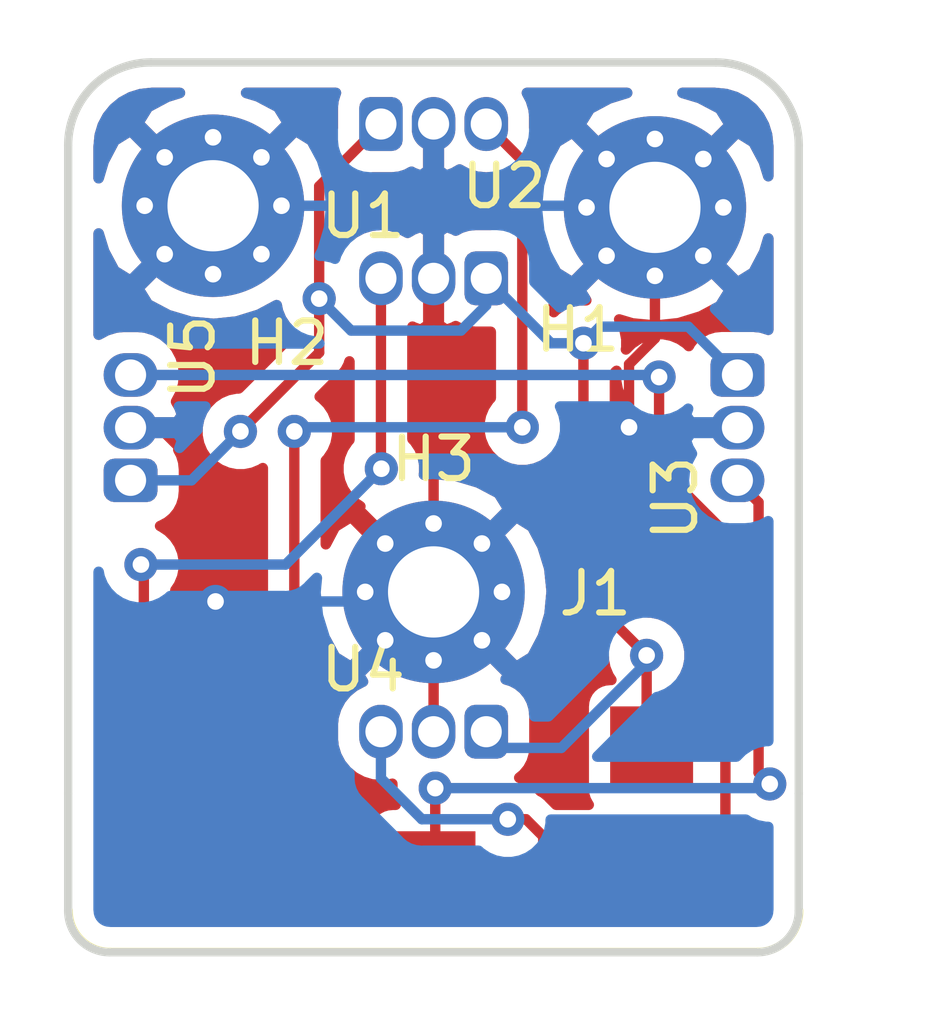
<source format=kicad_pcb>
(kicad_pcb (version 20171130) (host pcbnew 5.1.10)

  (general
    (thickness 1.6)
    (drawings 66)
    (tracks 91)
    (zones 0)
    (modules 9)
    (nets 8)
  )

  (page A4)
  (layers
    (0 F.Cu signal)
    (31 B.Cu signal)
    (32 B.Adhes user)
    (33 F.Adhes user)
    (34 B.Paste user)
    (35 F.Paste user)
    (36 B.SilkS user)
    (37 F.SilkS user hide)
    (38 B.Mask user)
    (39 F.Mask user)
    (40 Dwgs.User user hide)
    (41 Cmts.User user)
    (42 Eco1.User user)
    (43 Eco2.User user)
    (44 Edge.Cuts user)
    (45 Margin user)
    (46 B.CrtYd user hide)
    (47 F.CrtYd user hide)
    (48 B.Fab user)
    (49 F.Fab user hide)
  )

  (setup
    (last_trace_width 0.25)
    (trace_clearance 0.2)
    (zone_clearance 0.508)
    (zone_45_only no)
    (trace_min 0.2)
    (via_size 0.8)
    (via_drill 0.4)
    (via_min_size 0.4)
    (via_min_drill 0.3)
    (uvia_size 0.3)
    (uvia_drill 0.1)
    (uvias_allowed no)
    (uvia_min_size 0.2)
    (uvia_min_drill 0.1)
    (edge_width 0.1)
    (segment_width 0.2)
    (pcb_text_width 0.3)
    (pcb_text_size 1.5 1.5)
    (mod_edge_width 0.15)
    (mod_text_size 1 1)
    (mod_text_width 0.15)
    (pad_size 1.524 1.524)
    (pad_drill 0.762)
    (pad_to_mask_clearance 0)
    (aux_axis_origin 0 0)
    (visible_elements FFFFFF7F)
    (pcbplotparams
      (layerselection 0x010fc_ffffffff)
      (usegerberextensions false)
      (usegerberattributes true)
      (usegerberadvancedattributes true)
      (creategerberjobfile true)
      (excludeedgelayer true)
      (linewidth 0.100000)
      (plotframeref false)
      (viasonmask false)
      (mode 1)
      (useauxorigin false)
      (hpglpennumber 1)
      (hpglpenspeed 20)
      (hpglpendiameter 15.000000)
      (psnegative false)
      (psa4output false)
      (plotreference true)
      (plotvalue true)
      (plotinvisibletext false)
      (padsonsilk false)
      (subtractmaskfromsilk false)
      (outputformat 1)
      (mirror false)
      (drillshape 1)
      (scaleselection 1)
      (outputdirectory ""))
  )

  (net 0 "")
  (net 1 VCC)
  (net 2 "Net-(J1-Pad6)")
  (net 3 "Net-(J1-Pad5)")
  (net 4 "Net-(J1-Pad4)")
  (net 5 "Net-(J1-Pad3)")
  (net 6 "Net-(J1-Pad2)")
  (net 7 GND)

  (net_class Default "This is the default net class."
    (clearance 0.2)
    (trace_width 0.25)
    (via_dia 0.8)
    (via_drill 0.4)
    (uvia_dia 0.3)
    (uvia_drill 0.1)
    (add_net GND)
    (add_net "Net-(J1-Pad2)")
    (add_net "Net-(J1-Pad3)")
    (add_net "Net-(J1-Pad4)")
    (add_net "Net-(J1-Pad5)")
    (add_net "Net-(J1-Pad6)")
    (add_net VCC)
  )

  (module datn:OH49E (layer F.Cu) (tedit 61C89047) (tstamp 61C8FD4F)
    (at 166.75 95.01 90)
    (path /61C7258F)
    (fp_text reference U5 (at 1.7 1.5 90) (layer F.SilkS)
      (effects (font (size 1 1) (thickness 0.15)))
    )
    (fp_text value OH49E (at 1.1 -1.4 90) (layer F.Fab)
      (effects (font (size 1 1) (thickness 0.15)))
    )
    (pad 3 thru_hole oval (at 1.27 0 90) (size 1.05 1.3) (drill 0.75) (layers *.Cu *.Mask)
      (net 2 "Net-(J1-Pad6)"))
    (pad 2 thru_hole oval (at 0 0 90) (size 1.05 1.3) (drill 0.75) (layers *.Cu *.Mask)
      (net 7 GND))
    (pad 1 thru_hole roundrect (at -1.27 0 90) (size 1.05 1.3) (drill 0.75) (layers *.Cu *.Mask) (roundrect_rratio 0.25)
      (net 1 VCC))
  )

  (module datn:OH49E (layer F.Cu) (tedit 61C89047) (tstamp 61C8FE0F)
    (at 174.06 102.34 180)
    (path /61C72111)
    (fp_text reference U4 (at 1.7 1.5) (layer F.SilkS)
      (effects (font (size 1 1) (thickness 0.15)))
    )
    (fp_text value OH49E (at 1.1 -1.4) (layer F.Fab)
      (effects (font (size 1 1) (thickness 0.15)))
    )
    (pad 3 thru_hole oval (at 1.27 0 180) (size 1.05 1.3) (drill 0.75) (layers *.Cu *.Mask)
      (net 3 "Net-(J1-Pad5)"))
    (pad 2 thru_hole oval (at 0 0 180) (size 1.05 1.3) (drill 0.75) (layers *.Cu *.Mask)
      (net 7 GND))
    (pad 1 thru_hole roundrect (at -1.27 0 180) (size 1.05 1.3) (drill 0.75) (layers *.Cu *.Mask) (roundrect_rratio 0.25)
      (net 1 VCC))
  )

  (module datn:OH49E (layer F.Cu) (tedit 61C89047) (tstamp 61C8FD41)
    (at 181.39 95.01 270)
    (path /61C71E22)
    (fp_text reference U3 (at 1.7 1.5 90) (layer F.SilkS)
      (effects (font (size 1 1) (thickness 0.15)))
    )
    (fp_text value OH49E (at 1.1 -1.4 90) (layer F.Fab)
      (effects (font (size 1 1) (thickness 0.15)))
    )
    (pad 3 thru_hole oval (at 1.27 0 270) (size 1.05 1.3) (drill 0.75) (layers *.Cu *.Mask)
      (net 4 "Net-(J1-Pad4)"))
    (pad 2 thru_hole oval (at 0 0 270) (size 1.05 1.3) (drill 0.75) (layers *.Cu *.Mask)
      (net 7 GND))
    (pad 1 thru_hole roundrect (at -1.27 0 270) (size 1.05 1.3) (drill 0.75) (layers *.Cu *.Mask) (roundrect_rratio 0.25)
      (net 1 VCC))
  )

  (module datn:OH49E (layer F.Cu) (tedit 61C89047) (tstamp 61C8FD3A)
    (at 174.06 87.69)
    (path /61C71B63)
    (fp_text reference U2 (at 1.7 1.5) (layer F.SilkS)
      (effects (font (size 1 1) (thickness 0.15)))
    )
    (fp_text value OH49E (at 1.1 -1.4) (layer F.Fab)
      (effects (font (size 1 1) (thickness 0.15)))
    )
    (pad 3 thru_hole oval (at 1.27 0) (size 1.05 1.3) (drill 0.75) (layers *.Cu *.Mask)
      (net 5 "Net-(J1-Pad3)"))
    (pad 2 thru_hole oval (at 0 0) (size 1.05 1.3) (drill 0.75) (layers *.Cu *.Mask)
      (net 7 GND))
    (pad 1 thru_hole roundrect (at -1.27 0) (size 1.05 1.3) (drill 0.75) (layers *.Cu *.Mask) (roundrect_rratio 0.25)
      (net 1 VCC))
  )

  (module datn:OH49E (layer F.Cu) (tedit 61C89047) (tstamp 61C8FD33)
    (at 174.06 91.41 180)
    (path /61C714AD)
    (fp_text reference U1 (at 1.7 1.5) (layer F.SilkS)
      (effects (font (size 1 1) (thickness 0.15)))
    )
    (fp_text value OH49E (at 1.1 -1.4) (layer F.Fab)
      (effects (font (size 1 1) (thickness 0.15)))
    )
    (pad 3 thru_hole oval (at 1.27 0 180) (size 1.05 1.3) (drill 0.75) (layers *.Cu *.Mask)
      (net 6 "Net-(J1-Pad2)"))
    (pad 2 thru_hole oval (at 0 0 180) (size 1.05 1.3) (drill 0.75) (layers *.Cu *.Mask)
      (net 7 GND))
    (pad 1 thru_hole roundrect (at -1.27 0 180) (size 1.05 1.3) (drill 0.75) (layers *.Cu *.Mask) (roundrect_rratio 0.25)
      (net 1 VCC))
  )

  (module MountingHole:MountingHole_2.2mm_M2_Pad_Via (layer F.Cu) (tedit 56DDB9C7) (tstamp 61C8B98D)
    (at 174.06 98.97)
    (descr "Mounting Hole 2.2mm, M2")
    (tags "mounting hole 2.2mm m2")
    (path /61C93EE2)
    (attr virtual)
    (fp_text reference H3 (at 0 -3.2) (layer F.SilkS)
      (effects (font (size 1 1) (thickness 0.15)))
    )
    (fp_text value MountingHole_Pad (at 0 3.2) (layer F.Fab)
      (effects (font (size 1 1) (thickness 0.15)))
    )
    (fp_circle (center 0 0) (end 2.2 0) (layer Cmts.User) (width 0.15))
    (fp_circle (center 0 0) (end 2.45 0) (layer F.CrtYd) (width 0.05))
    (fp_text user %R (at 0.3 0) (layer F.Fab)
      (effects (font (size 1 1) (thickness 0.15)))
    )
    (pad 1 thru_hole circle (at 1.166726 -1.166726) (size 0.7 0.7) (drill 0.4) (layers *.Cu *.Mask)
      (net 7 GND))
    (pad 1 thru_hole circle (at 0 -1.65) (size 0.7 0.7) (drill 0.4) (layers *.Cu *.Mask)
      (net 7 GND))
    (pad 1 thru_hole circle (at -1.166726 -1.166726) (size 0.7 0.7) (drill 0.4) (layers *.Cu *.Mask)
      (net 7 GND))
    (pad 1 thru_hole circle (at -1.65 0) (size 0.7 0.7) (drill 0.4) (layers *.Cu *.Mask)
      (net 7 GND))
    (pad 1 thru_hole circle (at -1.166726 1.166726) (size 0.7 0.7) (drill 0.4) (layers *.Cu *.Mask)
      (net 7 GND))
    (pad 1 thru_hole circle (at 0 1.65) (size 0.7 0.7) (drill 0.4) (layers *.Cu *.Mask)
      (net 7 GND))
    (pad 1 thru_hole circle (at 1.166726 1.166726) (size 0.7 0.7) (drill 0.4) (layers *.Cu *.Mask)
      (net 7 GND))
    (pad 1 thru_hole circle (at 1.65 0) (size 0.7 0.7) (drill 0.4) (layers *.Cu *.Mask)
      (net 7 GND))
    (pad 1 thru_hole circle (at 0 0) (size 4.4 4.4) (drill 2.2) (layers *.Cu *.Mask)
      (net 7 GND))
  )

  (module MountingHole:MountingHole_2.2mm_M2_Pad_Via (layer F.Cu) (tedit 56DDB9C7) (tstamp 61C8BC78)
    (at 168.74 89.66)
    (descr "Mounting Hole 2.2mm, M2")
    (tags "mounting hole 2.2mm m2")
    (path /61C93804)
    (attr virtual)
    (fp_text reference H2 (at 1.78 3.31) (layer F.SilkS)
      (effects (font (size 1 1) (thickness 0.15)))
    )
    (fp_text value MountingHole_Pad (at 0 3.2) (layer F.Fab)
      (effects (font (size 1 1) (thickness 0.15)))
    )
    (fp_circle (center 0 0) (end 2.2 0) (layer Cmts.User) (width 0.15))
    (fp_circle (center 0 0) (end 2.45 0) (layer F.CrtYd) (width 0.05))
    (fp_text user %R (at 0.3 0) (layer F.Fab)
      (effects (font (size 1 1) (thickness 0.15)))
    )
    (pad 1 thru_hole circle (at 1.166726 -1.166726) (size 0.7 0.7) (drill 0.4) (layers *.Cu *.Mask)
      (net 7 GND))
    (pad 1 thru_hole circle (at 0 -1.65) (size 0.7 0.7) (drill 0.4) (layers *.Cu *.Mask)
      (net 7 GND))
    (pad 1 thru_hole circle (at -1.166726 -1.166726) (size 0.7 0.7) (drill 0.4) (layers *.Cu *.Mask)
      (net 7 GND))
    (pad 1 thru_hole circle (at -1.65 0) (size 0.7 0.7) (drill 0.4) (layers *.Cu *.Mask)
      (net 7 GND))
    (pad 1 thru_hole circle (at -1.166726 1.166726) (size 0.7 0.7) (drill 0.4) (layers *.Cu *.Mask)
      (net 7 GND))
    (pad 1 thru_hole circle (at 0 1.65) (size 0.7 0.7) (drill 0.4) (layers *.Cu *.Mask)
      (net 7 GND))
    (pad 1 thru_hole circle (at 1.166726 1.166726) (size 0.7 0.7) (drill 0.4) (layers *.Cu *.Mask)
      (net 7 GND))
    (pad 1 thru_hole circle (at 1.65 0) (size 0.7 0.7) (drill 0.4) (layers *.Cu *.Mask)
      (net 7 GND))
    (pad 1 thru_hole circle (at 0 0) (size 4.4 4.4) (drill 2.2) (layers *.Cu *.Mask)
      (net 7 GND))
  )

  (module MountingHole:MountingHole_2.2mm_M2_Pad_Via (layer F.Cu) (tedit 56DDB9C7) (tstamp 61C8B96D)
    (at 179.4 89.7)
    (descr "Mounting Hole 2.2mm, M2")
    (tags "mounting hole 2.2mm m2")
    (path /61C9324F)
    (attr virtual)
    (fp_text reference H1 (at -1.86 2.95) (layer F.SilkS)
      (effects (font (size 1 1) (thickness 0.15)))
    )
    (fp_text value MountingHole_Pad (at 0 3.2) (layer F.Fab)
      (effects (font (size 1 1) (thickness 0.15)))
    )
    (fp_circle (center 0 0) (end 2.2 0) (layer Cmts.User) (width 0.15))
    (fp_circle (center 0 0) (end 2.45 0) (layer F.CrtYd) (width 0.05))
    (fp_text user %R (at 0.3 0) (layer F.Fab)
      (effects (font (size 1 1) (thickness 0.15)))
    )
    (pad 1 thru_hole circle (at 1.166726 -1.166726) (size 0.7 0.7) (drill 0.4) (layers *.Cu *.Mask)
      (net 7 GND))
    (pad 1 thru_hole circle (at 0 -1.65) (size 0.7 0.7) (drill 0.4) (layers *.Cu *.Mask)
      (net 7 GND))
    (pad 1 thru_hole circle (at -1.166726 -1.166726) (size 0.7 0.7) (drill 0.4) (layers *.Cu *.Mask)
      (net 7 GND))
    (pad 1 thru_hole circle (at -1.65 0) (size 0.7 0.7) (drill 0.4) (layers *.Cu *.Mask)
      (net 7 GND))
    (pad 1 thru_hole circle (at -1.166726 1.166726) (size 0.7 0.7) (drill 0.4) (layers *.Cu *.Mask)
      (net 7 GND))
    (pad 1 thru_hole circle (at 0 1.65) (size 0.7 0.7) (drill 0.4) (layers *.Cu *.Mask)
      (net 7 GND))
    (pad 1 thru_hole circle (at 1.166726 1.166726) (size 0.7 0.7) (drill 0.4) (layers *.Cu *.Mask)
      (net 7 GND))
    (pad 1 thru_hole circle (at 1.65 0) (size 0.7 0.7) (drill 0.4) (layers *.Cu *.Mask)
      (net 7 GND))
    (pad 1 thru_hole circle (at 0 0) (size 4.4 4.4) (drill 2.2) (layers *.Cu *.Mask)
      (net 7 GND))
  )

  (module datn:cluster_connector_pcb_small (layer F.Cu) (tedit 61C8398A) (tstamp 61C8B33E)
    (at 174.08 103.03)
    (path /61C78CAC)
    (fp_text reference J1 (at 3.88 -4.02) (layer F.SilkS)
      (effects (font (size 1 1) (thickness 0.15)))
    )
    (fp_text value Conn_01x07_Male (at -4.63 8.7) (layer F.Fab)
      (effects (font (size 1 1) (thickness 0.15)))
    )
    (fp_line (start 7.802833 4.620001) (end -7.822833 4.620001) (layer F.SilkS) (width 0.2))
    (fp_arc (start -7.822833 3.620001) (end -8.822833 3.620001) (angle -90) (layer F.SilkS) (width 0.2))
    (fp_arc (start 7.802833 3.620001) (end 7.802833 4.62) (angle -90) (layer F.SilkS) (width 0.2))
    (pad 7 smd rect (at 5.24 -0.3) (size 2 2) (layers F.Cu F.Paste F.Mask)
      (net 1 VCC))
    (pad 6 smd rect (at 6.98 2.72) (size 2 2) (layers F.Cu F.Paste F.Mask)
      (net 2 "Net-(J1-Pad6)"))
    (pad 5 smd rect (at 3.5 2.71) (size 2 2) (layers F.Cu F.Paste F.Mask)
      (net 3 "Net-(J1-Pad5)"))
    (pad 4 smd rect (at -0.01 2.71) (size 2 2) (layers F.Cu F.Paste F.Mask)
      (net 4 "Net-(J1-Pad4)"))
    (pad 3 smd rect (at -3.49 2.7) (size 2 2) (layers F.Cu F.Paste F.Mask)
      (net 5 "Net-(J1-Pad3)"))
    (pad 2 smd rect (at -7.01 2.7) (size 2 2) (layers F.Cu F.Paste F.Mask)
      (net 6 "Net-(J1-Pad2)"))
    (pad 1 smd rect (at -5.25 -0.3) (size 2 2) (layers F.Cu F.Paste F.Mask)
      (net 7 GND))
  )

  (gr_line (start 165.244334 88.204334) (end 165.244334 103.83) (layer Edge.Cuts) (width 0.2))
  (gr_line (start 180.87 86.204334) (end 167.244334 86.204334) (layer Edge.Cuts) (width 0.2))
  (gr_line (start 182.87 103.83) (end 182.87 88.204334) (layer Edge.Cuts) (width 0.2))
  (gr_arc (start 180.87 88.204334) (end 182.87 88.204334) (angle -90) (layer Edge.Cuts) (width 0.2))
  (gr_arc (start 166.244334 106.657167) (end 165.244334 106.657167) (angle -90) (layer Edge.Cuts) (width 0.2))
  (gr_arc (start 181.87 106.657167) (end 181.87 107.657166) (angle -90) (layer Edge.Cuts) (width 0.2))
  (gr_arc (start 167.244334 88.204334) (end 167.244334 86.204334) (angle -90) (layer Edge.Cuts) (width 0.2))
  (gr_line (start 165.244334 106.657167) (end 165.244334 103.83) (layer Edge.Cuts) (width 0.2))
  (gr_line (start 181.87 107.657167) (end 166.244334 107.657167) (layer Edge.Cuts) (width 0.2))
  (gr_line (start 182.87 103.83) (end 182.87 106.657167) (layer Edge.Cuts) (width 0.2))
  (gr_line (start 169.81 103.732833) (end 167.81 103.732833) (layer Dwgs.User) (width 0.2))
  (gr_line (start 169.81 101.732832) (end 169.81 103.732833) (layer Dwgs.User) (width 0.2))
  (gr_line (start 167.81 101.732832) (end 169.81 101.732832) (layer Dwgs.User) (width 0.2))
  (gr_line (start 167.81 103.732833) (end 167.81 101.732832) (layer Dwgs.User) (width 0.2))
  (gr_line (start 180.31 103.732833) (end 180.31 101.732832) (layer Dwgs.User) (width 0.2))
  (gr_line (start 178.31 103.732833) (end 180.31 103.732833) (layer Dwgs.User) (width 0.2))
  (gr_line (start 178.31 101.732832) (end 178.31 103.732833) (layer Dwgs.User) (width 0.2))
  (gr_line (start 180.31 101.732832) (end 178.31 101.732832) (layer Dwgs.User) (width 0.2))
  (gr_line (start 180.06 106.732832) (end 180.06 104.732832) (layer Dwgs.User) (width 0.2))
  (gr_line (start 182.06 106.732832) (end 180.06 106.732832) (layer Dwgs.User) (width 0.2))
  (gr_line (start 180.06 104.732832) (end 182.06 104.732832) (layer Dwgs.User) (width 0.2))
  (gr_line (start 182.06 104.732832) (end 182.06 106.732832) (layer Dwgs.User) (width 0.2))
  (gr_line (start 176.56 106.732832) (end 176.56 104.732832) (layer Dwgs.User) (width 0.2))
  (gr_line (start 178.56 106.732832) (end 176.56 106.732832) (layer Dwgs.User) (width 0.2))
  (gr_circle (center 181.372833 93.562833) (end 181.872833 93.562833) (layer Dwgs.User) (width 0.2))
  (gr_circle (center 166.747167 96.462833) (end 167.247167 96.462833) (layer Dwgs.User) (width 0.2))
  (gr_circle (center 174.06 87.7) (end 174.56 87.7) (layer Dwgs.User) (width 0.2))
  (gr_circle (center 174.06 102.325666) (end 174.56 102.325666) (layer Dwgs.User) (width 0.2))
  (gr_circle (center 172.610001 102.325666) (end 173.110001 102.325666) (layer Dwgs.User) (width 0.2))
  (gr_circle (center 166.747167 93.562834) (end 167.247167 93.562834) (layer Dwgs.User) (width 0.2))
  (gr_circle (center 175.51 91.412834) (end 176.01 91.412834) (layer Dwgs.User) (width 0.2))
  (gr_circle (center 181.372833 96.462832) (end 181.872833 96.462832) (layer Dwgs.User) (width 0.2))
  (gr_circle (center 172.610001 91.412834) (end 173.110001 91.412834) (layer Dwgs.User) (width 0.2))
  (gr_circle (center 172.610001 87.7) (end 173.110001 87.7) (layer Dwgs.User) (width 0.2))
  (gr_circle (center 175.51 102.325666) (end 176.01 102.325666) (layer Dwgs.User) (width 0.2))
  (gr_circle (center 181.372833 95.012833) (end 181.872833 95.012833) (layer Dwgs.User) (width 0.2))
  (gr_circle (center 166.747167 95.012833) (end 167.247167 95.012833) (layer Dwgs.User) (width 0.2))
  (gr_line (start 176.56 104.732832) (end 178.56 104.732832) (layer Dwgs.User) (width 0.2))
  (gr_line (start 178.56 104.732832) (end 178.56 106.732832) (layer Dwgs.User) (width 0.2))
  (gr_line (start 169.56 106.732832) (end 171.56 106.732832) (layer Dwgs.User) (width 0.2))
  (gr_line (start 169.56 104.732832) (end 169.56 106.732832) (layer Dwgs.User) (width 0.2))
  (gr_line (start 171.56 104.732832) (end 169.56 104.732832) (layer Dwgs.User) (width 0.2))
  (gr_line (start 171.56 106.732832) (end 171.56 104.732832) (layer Dwgs.User) (width 0.2))
  (gr_line (start 166.06 106.732832) (end 168.06 106.732832) (layer Dwgs.User) (width 0.2))
  (gr_line (start 166.06 104.732832) (end 166.06 106.732832) (layer Dwgs.User) (width 0.2))
  (gr_line (start 168.06 104.732832) (end 166.06 104.732832) (layer Dwgs.User) (width 0.2))
  (gr_line (start 168.06 106.732832) (end 168.06 104.732832) (layer Dwgs.User) (width 0.2))
  (gr_line (start 175.06 106.732832) (end 175.06 104.732832) (layer Dwgs.User) (width 0.2))
  (gr_line (start 173.06 106.732832) (end 175.06 106.732832) (layer Dwgs.User) (width 0.2))
  (gr_line (start 173.06 104.732832) (end 173.06 106.732832) (layer Dwgs.User) (width 0.2))
  (gr_line (start 175.06 104.732832) (end 173.06 104.732832) (layer Dwgs.User) (width 0.2))
  (gr_line (start 165.247167 106.652833) (end 165.247167 103.825666) (layer Dwgs.User) (width 0.2))
  (gr_line (start 181.872833 107.652833) (end 166.247167 107.652833) (layer Dwgs.User) (width 0.2) (tstamp 61C8B368))
  (gr_line (start 182.872833 103.825666) (end 182.872833 106.652833) (layer Dwgs.User) (width 0.2))
  (gr_line (start 182.872833 103.825666) (end 182.872833 88.2) (layer Dwgs.User) (width 0.2))
  (gr_line (start 165.247167 88.2) (end 165.247167 103.825666) (layer Dwgs.User) (width 0.2))
  (gr_line (start 180.872833 86.2) (end 167.247167 86.2) (layer Dwgs.User) (width 0.2))
  (gr_circle (center 174.06 91.412834) (end 174.56 91.412834) (layer Dwgs.User) (width 0.2))
  (gr_circle (center 174.06 99.662833) (end 175.21 99.662833) (layer Dwgs.User) (width 0.2))
  (gr_circle (center 168.7567 89.709533) (end 169.9067 89.709533) (layer Dwgs.User) (width 0.2))
  (gr_circle (center 179.3633 89.709533) (end 180.5133 89.709533) (layer Dwgs.User) (width 0.2))
  (gr_arc (start 166.247167 106.652833) (end 165.247167 106.652833) (angle -90) (layer Dwgs.User) (width 0.2))
  (gr_arc (start 181.872833 106.652833) (end 181.872833 107.652832) (angle -90) (layer Dwgs.User) (width 0.2))
  (gr_arc (start 167.247167 88.2) (end 167.247167 86.2) (angle -90) (layer Dwgs.User) (width 0.2))
  (gr_arc (start 180.872833 88.2) (end 182.872833 88.2) (angle -90) (layer Dwgs.User) (width 0.2))
  (gr_circle (center 175.51 87.7) (end 176.01 87.7) (layer Dwgs.User) (width 0.2))

  (via (at 179.2 100.5) (size 0.8) (drill 0.4) (layers F.Cu B.Cu) (net 1))
  (segment (start 179.2 100.673002) (end 179.2 100.5) (width 0.25) (layer B.Cu) (net 1))
  (segment (start 177.143003 102.729999) (end 179.2 100.673002) (width 0.25) (layer B.Cu) (net 1))
  (segment (start 175.729999 102.729999) (end 177.143003 102.729999) (width 0.25) (layer B.Cu) (net 1))
  (segment (start 175.33 102.33) (end 175.729999 102.729999) (width 0.25) (layer B.Cu) (net 1))
  (segment (start 179.2 102.61) (end 179.32 102.73) (width 0.25) (layer F.Cu) (net 1))
  (segment (start 179.2 100.5) (end 179.2 102.61) (width 0.25) (layer F.Cu) (net 1))
  (via (at 171.3 91.9) (size 0.8) (drill 0.4) (layers F.Cu B.Cu) (net 1))
  (segment (start 171.3 89.19) (end 171.3 91.9) (width 0.25) (layer F.Cu) (net 1))
  (segment (start 172.79 87.7) (end 171.3 89.19) (width 0.25) (layer F.Cu) (net 1))
  (via (at 169.4 95.1) (size 0.8) (drill 0.4) (layers F.Cu B.Cu) (net 1))
  (segment (start 168.22 96.28) (end 169.4 95.1) (width 0.25) (layer B.Cu) (net 1))
  (segment (start 166.75 96.28) (end 168.22 96.28) (width 0.25) (layer B.Cu) (net 1))
  (segment (start 171.3 93.2) (end 171.3 91.9) (width 0.25) (layer F.Cu) (net 1))
  (segment (start 169.4 95.1) (end 171.3 93.2) (width 0.25) (layer F.Cu) (net 1))
  (segment (start 175.33 91.41) (end 176.894999 92.974999) (width 0.25) (layer B.Cu) (net 1))
  (segment (start 177.674999 98.974999) (end 177.674999 92.974999) (width 0.25) (layer F.Cu) (net 1))
  (via (at 177.674999 92.974999) (size 0.8) (drill 0.4) (layers F.Cu B.Cu) (net 1))
  (segment (start 179.2 100.5) (end 177.674999 98.974999) (width 0.25) (layer F.Cu) (net 1))
  (segment (start 176.894999 92.974999) (end 177.674999 92.974999) (width 0.25) (layer B.Cu) (net 1))
  (segment (start 172.07 92.67) (end 174.07 92.67) (width 0.25) (layer B.Cu) (net 1))
  (segment (start 171.3 91.9) (end 172.07 92.67) (width 0.25) (layer B.Cu) (net 1))
  (segment (start 174.72 92.67) (end 174.07 92.67) (width 0.25) (layer B.Cu) (net 1))
  (segment (start 175.33 92.06) (end 174.72 92.67) (width 0.25) (layer B.Cu) (net 1))
  (segment (start 175.33 91.41) (end 175.33 92.06) (width 0.25) (layer B.Cu) (net 1))
  (segment (start 180.205 92.575) (end 181.37 93.74) (width 0.25) (layer B.Cu) (net 1))
  (segment (start 177.674999 92.974999) (end 178.074998 92.575) (width 0.25) (layer B.Cu) (net 1))
  (segment (start 178.074998 92.575) (end 180.205 92.575) (width 0.25) (layer B.Cu) (net 1))
  (segment (start 166.75 93.74) (end 179.45 93.74) (width 0.25) (layer B.Cu) (net 2))
  (segment (start 179.45 93.74) (end 179.5 93.79) (width 0.25) (layer B.Cu) (net 2))
  (via (at 179.5 93.79) (size 0.8) (drill 0.4) (layers F.Cu B.Cu) (net 2))
  (segment (start 179.5 95.95) (end 179.5 93.79) (width 0.25) (layer F.Cu) (net 2))
  (segment (start 181.1 97.55) (end 179.5 95.95) (width 0.25) (layer F.Cu) (net 2))
  (segment (start 181.06 105.75) (end 181.06 104.5) (width 0.25) (layer F.Cu) (net 2))
  (segment (start 181.06 104.5) (end 181.1 104.46) (width 0.25) (layer F.Cu) (net 2))
  (segment (start 181.1 104.46) (end 181.1 97.55) (width 0.25) (layer F.Cu) (net 2))
  (segment (start 177.2 105.36) (end 177.58 105.74) (width 0.25) (layer F.Cu) (net 3))
  (segment (start 173.776998 104.45) (end 175.85 104.45) (width 0.25) (layer B.Cu) (net 3))
  (segment (start 172.79 103.463002) (end 173.776998 104.45) (width 0.25) (layer B.Cu) (net 3))
  (via (at 175.85 104.45) (size 0.8) (drill 0.4) (layers F.Cu B.Cu) (net 3))
  (segment (start 172.79 102.34) (end 172.79 103.463002) (width 0.25) (layer B.Cu) (net 3))
  (segment (start 176.29 104.45) (end 177.58 105.74) (width 0.25) (layer F.Cu) (net 3))
  (segment (start 175.85 104.45) (end 176.29 104.45) (width 0.25) (layer F.Cu) (net 3))
  (via (at 174.1 103.7) (size 0.8) (drill 0.4) (layers F.Cu B.Cu) (net 4))
  (segment (start 174.1 105.71) (end 174.07 105.74) (width 0.25) (layer F.Cu) (net 4))
  (segment (start 174.1 103.7) (end 174.1 105.71) (width 0.25) (layer F.Cu) (net 4))
  (via (at 182.16998 103.6) (size 0.8) (drill 0.4) (layers F.Cu B.Cu) (net 4))
  (segment (start 174.1 103.7) (end 182.06998 103.7) (width 0.25) (layer B.Cu) (net 4))
  (segment (start 182.06998 103.7) (end 182.16998 103.6) (width 0.25) (layer B.Cu) (net 4))
  (segment (start 181.9 103.33002) (end 182.16998 103.6) (width 0.25) (layer F.Cu) (net 4))
  (segment (start 181.9 96.81) (end 181.9 103.33002) (width 0.25) (layer F.Cu) (net 4))
  (segment (start 181.37 96.28) (end 181.9 96.81) (width 0.25) (layer F.Cu) (net 4))
  (via (at 176.2 95) (size 0.8) (drill 0.4) (layers F.Cu B.Cu) (net 5))
  (segment (start 176.2 88.57) (end 176.2 95) (width 0.25) (layer F.Cu) (net 5))
  (segment (start 175.33 87.7) (end 176.2 88.57) (width 0.25) (layer F.Cu) (net 5))
  (via (at 170.7 95.1) (size 0.8) (drill 0.4) (layers F.Cu B.Cu) (net 5))
  (segment (start 170.8 95) (end 170.7 95.1) (width 0.25) (layer B.Cu) (net 5))
  (segment (start 176.2 95) (end 170.8 95) (width 0.25) (layer B.Cu) (net 5))
  (segment (start 170.7 105.62) (end 170.59 105.73) (width 0.25) (layer F.Cu) (net 5))
  (segment (start 170.7 95.1) (end 170.7 105.62) (width 0.25) (layer F.Cu) (net 5))
  (via (at 172.8 96) (size 0.8) (drill 0.4) (layers F.Cu B.Cu) (net 6))
  (segment (start 172.79 95.99) (end 172.8 96) (width 0.25) (layer F.Cu) (net 6))
  (segment (start 172.79 91.41) (end 172.79 95.99) (width 0.25) (layer F.Cu) (net 6))
  (via (at 167 98.31) (size 0.8) (drill 0.4) (layers F.Cu B.Cu) (net 6))
  (segment (start 167.07 98.38) (end 167 98.31) (width 0.25) (layer F.Cu) (net 6))
  (segment (start 172.8 96) (end 170.49 98.31) (width 0.25) (layer B.Cu) (net 6))
  (segment (start 170.49 98.31) (end 167 98.31) (width 0.25) (layer B.Cu) (net 6))
  (segment (start 167.07 105.73) (end 167.07 98.38) (width 0.25) (layer F.Cu) (net 6))
  (via (at 168.8 99.2) (size 0.8) (drill 0.4) (layers F.Cu B.Cu) (net 7))
  (segment (start 168.83 99.23) (end 168.8 99.2) (width 0.25) (layer F.Cu) (net 7))
  (segment (start 168.83 102.73) (end 168.83 99.23) (width 0.25) (layer F.Cu) (net 7))
  (segment (start 173.83 99.2) (end 174.06 98.97) (width 0.25) (layer B.Cu) (net 7))
  (segment (start 168.8 99.2) (end 173.83 99.2) (width 0.25) (layer B.Cu) (net 7))
  (segment (start 174.06 91.41) (end 174.06 98.97) (width 0.25) (layer F.Cu) (net 7))
  (segment (start 174.06 87.7) (end 174.06 91.41) (width 0.25) (layer F.Cu) (net 7))
  (segment (start 179.36 89.66) (end 179.4 89.7) (width 0.25) (layer B.Cu) (net 7))
  (segment (start 174.06 89.74) (end 174.14 89.66) (width 0.25) (layer B.Cu) (net 7))
  (segment (start 174.06 91.41) (end 174.06 89.74) (width 0.25) (layer B.Cu) (net 7))
  (segment (start 174.14 89.66) (end 179.36 89.66) (width 0.25) (layer B.Cu) (net 7))
  (segment (start 168.74 89.66) (end 174.14 89.66) (width 0.25) (layer B.Cu) (net 7))
  (segment (start 181.37 95.01) (end 181.39 95.01) (width 0.25) (layer F.Cu) (net 7))
  (segment (start 174.06 102.33) (end 174.06 98.97) (width 0.25) (layer F.Cu) (net 7))
  (segment (start 167.45 95.01) (end 166.75 95.01) (width 0.25) (layer F.Cu) (net 7))
  (segment (start 168.8 96.36) (end 167.45 95.01) (width 0.25) (layer F.Cu) (net 7))
  (segment (start 168.8 99.2) (end 168.8 96.36) (width 0.25) (layer F.Cu) (net 7))
  (via (at 178.77499 95) (size 0.8) (drill 0.4) (layers F.Cu B.Cu) (net 7))
  (segment (start 178.78499 95.01) (end 178.77499 95) (width 0.25) (layer B.Cu) (net 7))
  (segment (start 181.37 95.01) (end 178.78499 95.01) (width 0.25) (layer B.Cu) (net 7))
  (segment (start 178.77499 93.482008) (end 178.77499 95) (width 0.25) (layer F.Cu) (net 7))
  (segment (start 179.4 89.7) (end 179.4 92.856998) (width 0.25) (layer F.Cu) (net 7))
  (segment (start 179.4 92.856998) (end 178.77499 93.482008) (width 0.25) (layer F.Cu) (net 7))

  (zone (net 7) (net_name GND) (layer F.Cu) (tstamp 61C89C58) (hatch edge 0.508)
    (connect_pads (clearance 0.508))
    (min_thickness 0.254)
    (fill yes (arc_segments 32) (thermal_gap 0.508) (thermal_bridge_width 0.508))
    (polygon
      (pts
        (xy 186.2 109.4) (xy 163.6 109.4) (xy 163.6 84.7) (xy 186.2 84.7)
      )
    )
    (filled_polygon
      (pts
        (xy 174.17 87.871979) (xy 174.186785 88.0424) (xy 174.187 88.043109) (xy 174.187 88.808163) (xy 174.36581 88.933964)
        (xy 174.543784 88.869184) (xy 174.686067 88.78612) (xy 174.883941 88.891885) (xy 175.102601 88.958215) (xy 175.33 88.980612)
        (xy 175.44 88.969778) (xy 175.44 90.121928) (xy 175.0675 90.121928) (xy 174.891807 90.139232) (xy 174.722866 90.19048)
        (xy 174.59331 90.259729) (xy 174.543784 90.230816) (xy 174.36581 90.166036) (xy 174.187 90.291837) (xy 174.187 90.837682)
        (xy 174.184232 90.846807) (xy 174.166928 91.0225) (xy 174.166928 91.7975) (xy 174.184232 91.973193) (xy 174.187 91.982318)
        (xy 174.187 92.528163) (xy 174.36581 92.653964) (xy 174.543784 92.589184) (xy 174.59331 92.560271) (xy 174.722866 92.62952)
        (xy 174.891807 92.680768) (xy 175.0675 92.698072) (xy 175.440001 92.698072) (xy 175.440001 94.296288) (xy 175.396063 94.340226)
        (xy 175.282795 94.509744) (xy 175.204774 94.698102) (xy 175.165 94.898061) (xy 175.165 95.101939) (xy 175.204774 95.301898)
        (xy 175.282795 95.490256) (xy 175.396063 95.659774) (xy 175.540226 95.803937) (xy 175.709744 95.917205) (xy 175.898102 95.995226)
        (xy 176.098061 96.035) (xy 176.301939 96.035) (xy 176.501898 95.995226) (xy 176.690256 95.917205) (xy 176.859774 95.803937)
        (xy 176.915 95.748711) (xy 176.914999 98.937676) (xy 176.911323 98.974999) (xy 176.914999 99.012321) (xy 176.914999 99.012331)
        (xy 176.925996 99.123984) (xy 176.94514 99.187094) (xy 176.969453 99.267245) (xy 177.040025 99.399275) (xy 177.064332 99.428893)
        (xy 177.134998 99.515) (xy 177.164002 99.538803) (xy 178.165 100.539802) (xy 178.165 100.601939) (xy 178.204774 100.801898)
        (xy 178.282795 100.990256) (xy 178.35073 101.091928) (xy 178.32 101.091928) (xy 178.195518 101.104188) (xy 178.07582 101.140498)
        (xy 177.965506 101.199463) (xy 177.868815 101.278815) (xy 177.789463 101.375506) (xy 177.730498 101.48582) (xy 177.694188 101.605518)
        (xy 177.681928 101.73) (xy 177.681928 103.73) (xy 177.694188 103.854482) (xy 177.730498 103.97418) (xy 177.789463 104.084494)
        (xy 177.803771 104.101928) (xy 177.016729 104.101928) (xy 176.853803 103.939002) (xy 176.830001 103.909999) (xy 176.714276 103.815026)
        (xy 176.637927 103.774216) (xy 176.509774 103.646063) (xy 176.340256 103.532795) (xy 176.151898 103.454774) (xy 176.125465 103.449516)
        (xy 176.229301 103.364301) (xy 176.341298 103.227831) (xy 176.42452 103.072134) (xy 176.475768 102.903193) (xy 176.493072 102.7275)
        (xy 176.493072 101.9525) (xy 176.475768 101.776807) (xy 176.42452 101.607866) (xy 176.341298 101.452169) (xy 176.229301 101.315699)
        (xy 176.092831 101.203702) (xy 175.937134 101.12048) (xy 175.796892 101.077938) (xy 175.87017 100.959775) (xy 174.06 99.149605)
        (xy 172.24983 100.959775) (xy 172.357816 101.133906) (xy 172.343941 101.138115) (xy 172.142422 101.245829) (xy 171.965789 101.390788)
        (xy 171.820829 101.567421) (xy 171.713115 101.76894) (xy 171.646785 101.9876) (xy 171.63 102.158021) (xy 171.63 102.521978)
        (xy 171.646785 102.692399) (xy 171.713115 102.911059) (xy 171.820829 103.112578) (xy 171.965788 103.289212) (xy 172.142421 103.434171)
        (xy 172.34394 103.541885) (xy 172.5626 103.608215) (xy 172.79 103.630612) (xy 173.017399 103.608215) (xy 173.065907 103.5935)
        (xy 173.065 103.598061) (xy 173.065 103.801939) (xy 173.104774 104.001898) (xy 173.146208 104.101928) (xy 173.07 104.101928)
        (xy 172.945518 104.114188) (xy 172.82582 104.150498) (xy 172.715506 104.209463) (xy 172.618815 104.288815) (xy 172.539463 104.385506)
        (xy 172.480498 104.49582) (xy 172.444188 104.615518) (xy 172.431928 104.74) (xy 172.431928 106.74) (xy 172.444188 106.864482)
        (xy 172.461687 106.922167) (xy 172.19528 106.922167) (xy 172.215812 106.854482) (xy 172.228072 106.73) (xy 172.228072 104.73)
        (xy 172.215812 104.605518) (xy 172.179502 104.48582) (xy 172.120537 104.375506) (xy 172.041185 104.278815) (xy 171.944494 104.199463)
        (xy 171.83418 104.140498) (xy 171.714482 104.104188) (xy 171.59 104.091928) (xy 171.46 104.091928) (xy 171.46 100.122856)
        (xy 171.682982 100.540024) (xy 172.070225 100.78017) (xy 173.880395 98.97) (xy 174.239605 98.97) (xy 176.049775 100.78017)
        (xy 176.437018 100.540024) (xy 176.697641 100.046123) (xy 176.856901 99.510867) (xy 176.908678 98.954826) (xy 176.850981 98.399368)
        (xy 176.686028 97.865839) (xy 176.437018 97.399976) (xy 176.049775 97.15983) (xy 174.239605 98.97) (xy 173.880395 98.97)
        (xy 172.070225 97.15983) (xy 171.682982 97.399976) (xy 171.46 97.822544) (xy 171.46 95.803711) (xy 171.503937 95.759774)
        (xy 171.617205 95.590256) (xy 171.695226 95.401898) (xy 171.735 95.201939) (xy 171.735 94.998061) (xy 171.695226 94.798102)
        (xy 171.617205 94.609744) (xy 171.503937 94.440226) (xy 171.359774 94.296063) (xy 171.311197 94.263605) (xy 171.811004 93.763798)
        (xy 171.840001 93.740001) (xy 171.934974 93.624276) (xy 172.005546 93.492247) (xy 172.03 93.41163) (xy 172.030001 95.306288)
        (xy 171.996063 95.340226) (xy 171.882795 95.509744) (xy 171.804774 95.698102) (xy 171.765 95.898061) (xy 171.765 96.101939)
        (xy 171.804774 96.301898) (xy 171.882795 96.490256) (xy 171.996063 96.659774) (xy 172.140226 96.803937) (xy 172.295015 96.907363)
        (xy 172.24983 96.980225) (xy 174.06 98.790395) (xy 175.87017 96.980225) (xy 175.630024 96.592982) (xy 175.136123 96.332359)
        (xy 174.600867 96.173099) (xy 174.044826 96.121322) (xy 173.826636 96.143986) (xy 173.835 96.101939) (xy 173.835 95.898061)
        (xy 173.795226 95.698102) (xy 173.717205 95.509744) (xy 173.603937 95.340226) (xy 173.55 95.286289) (xy 173.55 92.573879)
        (xy 173.576216 92.589184) (xy 173.75419 92.653964) (xy 173.933 92.528163) (xy 173.933 91.763109) (xy 173.933215 91.7624)
        (xy 173.95 91.591979) (xy 173.95 91.228022) (xy 173.933215 91.057601) (xy 173.933 91.056892) (xy 173.933 90.291837)
        (xy 173.75419 90.166036) (xy 173.576216 90.230816) (xy 173.433933 90.31388) (xy 173.23606 90.208115) (xy 173.0174 90.141785)
        (xy 172.79 90.119388) (xy 172.562601 90.141785) (xy 172.343941 90.208115) (xy 172.142422 90.315829) (xy 172.06 90.383471)
        (xy 172.06 89.504801) (xy 172.58673 88.978072) (xy 173.0525 88.978072) (xy 173.228193 88.960768) (xy 173.397134 88.90952)
        (xy 173.52669 88.840271) (xy 173.576216 88.869184) (xy 173.75419 88.933964) (xy 173.933 88.808163) (xy 173.933 88.262318)
        (xy 173.935768 88.253193) (xy 173.953072 88.0775) (xy 173.953072 87.543) (xy 174.17 87.543)
      )
    )
    (filled_polygon
      (pts
        (xy 167.635839 87.033972) (xy 167.169976 87.282982) (xy 166.92983 87.670225) (xy 168.74 89.480395) (xy 170.55017 87.670225)
        (xy 170.310024 87.282982) (xy 169.816123 87.022359) (xy 169.537085 86.939334) (xy 171.705386 86.939334) (xy 171.69548 86.957866)
        (xy 171.644232 87.126807) (xy 171.626928 87.3025) (xy 171.626928 87.78827) (xy 171.189541 88.225657) (xy 171.117018 88.089976)
        (xy 170.729775 87.84983) (xy 168.919605 89.66) (xy 168.933748 89.674143) (xy 168.754143 89.853748) (xy 168.74 89.839605)
        (xy 166.92983 91.649775) (xy 167.169976 92.037018) (xy 167.663877 92.297641) (xy 168.199133 92.456901) (xy 168.755174 92.508678)
        (xy 169.310632 92.450981) (xy 169.844161 92.286028) (xy 170.275634 92.0554) (xy 170.304774 92.201898) (xy 170.382795 92.390256)
        (xy 170.496063 92.559774) (xy 170.54 92.603711) (xy 170.54 92.885198) (xy 169.360199 94.065) (xy 169.298061 94.065)
        (xy 169.098102 94.104774) (xy 168.909744 94.182795) (xy 168.740226 94.296063) (xy 168.596063 94.440226) (xy 168.482795 94.609744)
        (xy 168.404774 94.798102) (xy 168.365 94.998061) (xy 168.365 95.201939) (xy 168.404774 95.401898) (xy 168.482795 95.590256)
        (xy 168.596063 95.759774) (xy 168.740226 95.903937) (xy 168.909744 96.017205) (xy 169.098102 96.095226) (xy 169.298061 96.135)
        (xy 169.501939 96.135) (xy 169.701898 96.095226) (xy 169.890256 96.017205) (xy 169.94 95.983967) (xy 169.940001 101.102762)
        (xy 169.83 101.091928) (xy 169.11575 101.095) (xy 168.957 101.25375) (xy 168.957 102.603) (xy 168.977 102.603)
        (xy 168.977 102.857) (xy 168.957 102.857) (xy 168.957 104.20625) (xy 169.08957 104.33882) (xy 169.059463 104.375506)
        (xy 169.000498 104.48582) (xy 168.964188 104.605518) (xy 168.951928 104.73) (xy 168.951928 106.73) (xy 168.964188 106.854482)
        (xy 168.98472 106.922167) (xy 168.67528 106.922167) (xy 168.695812 106.854482) (xy 168.708072 106.73) (xy 168.708072 104.73)
        (xy 168.695812 104.605518) (xy 168.659502 104.48582) (xy 168.600537 104.375506) (xy 168.57043 104.33882) (xy 168.703 104.20625)
        (xy 168.703 102.857) (xy 168.683 102.857) (xy 168.683 102.603) (xy 168.703 102.603) (xy 168.703 101.25375)
        (xy 168.54425 101.095) (xy 167.83 101.091928) (xy 167.83 98.930768) (xy 167.917205 98.800256) (xy 167.995226 98.611898)
        (xy 168.035 98.411939) (xy 168.035 98.208061) (xy 167.995226 98.008102) (xy 167.917205 97.819744) (xy 167.803937 97.650226)
        (xy 167.659774 97.506063) (xy 167.490256 97.392795) (xy 167.461354 97.380823) (xy 167.482134 97.37452) (xy 167.637831 97.291298)
        (xy 167.774301 97.179301) (xy 167.886298 97.042831) (xy 167.96952 96.887134) (xy 168.020768 96.718193) (xy 168.038072 96.5425)
        (xy 168.038072 96.0175) (xy 168.020768 95.841807) (xy 167.96952 95.672866) (xy 167.900271 95.54331) (xy 167.929184 95.493784)
        (xy 167.993964 95.31581) (xy 167.868163 95.137) (xy 167.322318 95.137) (xy 167.313193 95.134232) (xy 167.1375 95.116928)
        (xy 166.603 95.116928) (xy 166.603 94.9) (xy 166.931979 94.9) (xy 167.1024 94.883215) (xy 167.103109 94.883)
        (xy 167.868163 94.883) (xy 167.993964 94.70419) (xy 167.929184 94.526216) (xy 167.84612 94.383933) (xy 167.951885 94.18606)
        (xy 168.018215 93.9674) (xy 168.040612 93.74) (xy 168.018215 93.5126) (xy 167.951885 93.29394) (xy 167.844171 93.092421)
        (xy 167.699212 92.915788) (xy 167.522579 92.770829) (xy 167.32106 92.663115) (xy 167.1024 92.596785) (xy 166.931979 92.58)
        (xy 166.568021 92.58) (xy 166.3976 92.596785) (xy 166.17894 92.663115) (xy 165.979334 92.769806) (xy 165.979334 90.328684)
        (xy 166.113972 90.764161) (xy 166.362982 91.230024) (xy 166.750225 91.47017) (xy 168.560395 89.66) (xy 166.750225 87.84983)
        (xy 166.362982 88.089976) (xy 166.102359 88.583877) (xy 165.979334 88.997351) (xy 165.979334 88.240281) (xy 166.006883 87.959313)
        (xy 166.078042 87.723622) (xy 166.193625 87.506245) (xy 166.349229 87.315455) (xy 166.538927 87.158523) (xy 166.755491 87.041428)
        (xy 166.990678 86.968625) (xy 167.269362 86.939334) (xy 167.941939 86.939334)
      )
    )
    (filled_polygon
      (pts
        (xy 174.166928 102.487) (xy 173.95 102.487) (xy 173.95 102.193) (xy 174.166928 102.193)
      )
    )
    (filled_polygon
      (pts
        (xy 178.465 93.688061) (xy 178.465 93.891939) (xy 178.504774 94.091898) (xy 178.582795 94.280256) (xy 178.696063 94.449774)
        (xy 178.740001 94.493712) (xy 178.74 95.912677) (xy 178.736324 95.95) (xy 178.74 95.987322) (xy 178.74 95.987332)
        (xy 178.750997 96.098985) (xy 178.775275 96.179019) (xy 178.794454 96.242246) (xy 178.865026 96.374276) (xy 178.897854 96.414276)
        (xy 178.959999 96.490001) (xy 178.989003 96.513804) (xy 180.340001 97.864803) (xy 180.34 101.093898) (xy 180.32 101.091928)
        (xy 180.04927 101.091928) (xy 180.117205 100.990256) (xy 180.195226 100.801898) (xy 180.235 100.601939) (xy 180.235 100.398061)
        (xy 180.195226 100.198102) (xy 180.117205 100.009744) (xy 180.003937 99.840226) (xy 179.859774 99.696063) (xy 179.690256 99.582795)
        (xy 179.501898 99.504774) (xy 179.301939 99.465) (xy 179.239802 99.465) (xy 178.434999 98.660198) (xy 178.434999 93.67871)
        (xy 178.474771 93.638938)
      )
    )
    (filled_polygon
      (pts
        (xy 181.537 95.12) (xy 181.243 95.12) (xy 181.243 94.903072) (xy 181.537 94.903072)
      )
    )
    (filled_polygon
      (pts
        (xy 178.295839 87.073972) (xy 177.829976 87.322982) (xy 177.58983 87.710225) (xy 179.4 89.520395) (xy 181.21017 87.710225)
        (xy 180.970024 87.322982) (xy 180.476123 87.062359) (xy 180.062649 86.939334) (xy 180.834053 86.939334) (xy 181.115021 86.966883)
        (xy 181.350712 87.038042) (xy 181.568089 87.153625) (xy 181.758879 87.309229) (xy 181.915811 87.498927) (xy 182.032906 87.715491)
        (xy 182.105709 87.950678) (xy 182.135001 88.229371) (xy 182.135001 88.948304) (xy 182.026028 88.595839) (xy 181.777018 88.129976)
        (xy 181.389775 87.88983) (xy 179.579605 89.7) (xy 181.389775 91.51017) (xy 181.777018 91.270024) (xy 182.037641 90.776123)
        (xy 182.135001 90.448907) (xy 182.135001 92.652357) (xy 182.122134 92.64548) (xy 181.953193 92.594232) (xy 181.7775 92.576928)
        (xy 181.0025 92.576928) (xy 180.826807 92.594232) (xy 180.657866 92.64548) (xy 180.502169 92.728702) (xy 180.365699 92.840699)
        (xy 180.253702 92.977169) (xy 180.217886 93.044175) (xy 180.159774 92.986063) (xy 179.990256 92.872795) (xy 179.801898 92.794774)
        (xy 179.601939 92.755) (xy 179.398061 92.755) (xy 179.198102 92.794774) (xy 179.009744 92.872795) (xy 178.840226 92.986063)
        (xy 178.700228 93.126061) (xy 178.709999 93.076938) (xy 178.709999 92.87306) (xy 178.670225 92.673101) (xy 178.592204 92.484743)
        (xy 178.536107 92.400788) (xy 178.859133 92.496901) (xy 179.415174 92.548678) (xy 179.970632 92.490981) (xy 180.504161 92.326028)
        (xy 180.970024 92.077018) (xy 181.21017 91.689775) (xy 179.4 89.879605) (xy 177.58983 91.689775) (xy 177.745005 91.939999)
        (xy 177.57306 91.939999) (xy 177.373101 91.979773) (xy 177.184743 92.057794) (xy 177.015225 92.171062) (xy 176.96 92.226287)
        (xy 176.96 91.152193) (xy 177.022982 91.270024) (xy 177.410225 91.51017) (xy 179.220395 89.7) (xy 177.410225 87.88983)
        (xy 177.022982 88.129976) (xy 176.919949 88.325233) (xy 176.905546 88.277753) (xy 176.834974 88.145724) (xy 176.740001 88.029999)
        (xy 176.711004 88.006202) (xy 176.49 87.785198) (xy 176.49 87.508021) (xy 176.473215 87.3376) (xy 176.406885 87.11894)
        (xy 176.310884 86.939334) (xy 178.731316 86.939334)
      )
    )
  )
  (zone (net 7) (net_name GND) (layer B.Cu) (tstamp 61C89C55) (hatch edge 0.508)
    (connect_pads (clearance 0.508))
    (min_thickness 0.254)
    (fill yes (arc_segments 32) (thermal_gap 0.508) (thermal_bridge_width 0.508))
    (polygon
      (pts
        (xy 186.2 109.4) (xy 163.6 109.4) (xy 163.6 84.7) (xy 186.2 84.7)
      )
    )
    (filled_polygon
      (pts
        (xy 178.840226 94.593937) (xy 179.009744 94.707205) (xy 179.198102 94.785226) (xy 179.398061 94.825) (xy 179.601939 94.825)
        (xy 179.801898 94.785226) (xy 179.990256 94.707205) (xy 180.159774 94.593937) (xy 180.201271 94.55244) (xy 180.146036 94.70419)
        (xy 180.271837 94.883) (xy 180.817682 94.883) (xy 180.826807 94.885768) (xy 181.0025 94.903072) (xy 181.537 94.903072)
        (xy 181.537 95.12) (xy 181.208021 95.12) (xy 181.0376 95.136785) (xy 181.036891 95.137) (xy 180.271837 95.137)
        (xy 180.146036 95.31581) (xy 180.210816 95.493784) (xy 180.29388 95.636067) (xy 180.188115 95.83394) (xy 180.121785 96.0526)
        (xy 180.099388 96.28) (xy 180.121785 96.5074) (xy 180.188115 96.72606) (xy 180.295829 96.927579) (xy 180.440788 97.104212)
        (xy 180.617421 97.249171) (xy 180.81894 97.356885) (xy 181.0376 97.423215) (xy 181.208021 97.44) (xy 181.571979 97.44)
        (xy 181.7424 97.423215) (xy 181.96106 97.356885) (xy 182.135 97.263912) (xy 182.135 102.565) (xy 182.068041 102.565)
        (xy 181.868082 102.604774) (xy 181.679724 102.682795) (xy 181.510206 102.796063) (xy 181.366269 102.94) (xy 178.007803 102.94)
        (xy 179.440332 101.507472) (xy 179.501898 101.495226) (xy 179.690256 101.417205) (xy 179.859774 101.303937) (xy 180.003937 101.159774)
        (xy 180.117205 100.990256) (xy 180.195226 100.801898) (xy 180.235 100.601939) (xy 180.235 100.398061) (xy 180.195226 100.198102)
        (xy 180.117205 100.009744) (xy 180.003937 99.840226) (xy 179.859774 99.696063) (xy 179.690256 99.582795) (xy 179.501898 99.504774)
        (xy 179.301939 99.465) (xy 179.098061 99.465) (xy 178.898102 99.504774) (xy 178.709744 99.582795) (xy 178.540226 99.696063)
        (xy 178.396063 99.840226) (xy 178.282795 100.009744) (xy 178.204774 100.198102) (xy 178.165 100.398061) (xy 178.165 100.601939)
        (xy 178.170187 100.628014) (xy 176.828202 101.969999) (xy 176.493072 101.969999) (xy 176.493072 101.9525) (xy 176.475768 101.776807)
        (xy 176.42452 101.607866) (xy 176.341298 101.452169) (xy 176.229301 101.315699) (xy 176.092831 101.203702) (xy 175.937134 101.12048)
        (xy 175.796892 101.077938) (xy 175.87017 100.959775) (xy 174.06 99.149605) (xy 172.24983 100.959775) (xy 172.357816 101.133906)
        (xy 172.343941 101.138115) (xy 172.142422 101.245829) (xy 171.965789 101.390788) (xy 171.820829 101.567421) (xy 171.713115 101.76894)
        (xy 171.646785 101.9876) (xy 171.63 102.158021) (xy 171.63 102.521978) (xy 171.646785 102.692399) (xy 171.713115 102.911059)
        (xy 171.820829 103.112578) (xy 171.965788 103.289212) (xy 172.030001 103.34191) (xy 172.030001 103.42567) (xy 172.026324 103.463002)
        (xy 172.030001 103.500335) (xy 172.040998 103.611988) (xy 172.051334 103.646063) (xy 172.084454 103.755248) (xy 172.155026 103.887278)
        (xy 172.214498 103.959744) (xy 172.25 104.003003) (xy 172.278998 104.026801) (xy 173.213199 104.961003) (xy 173.236997 104.990001)
        (xy 173.265995 105.013799) (xy 173.352721 105.084974) (xy 173.484751 105.155546) (xy 173.628012 105.199003) (xy 173.739665 105.21)
        (xy 173.739675 105.21) (xy 173.776998 105.213676) (xy 173.814321 105.21) (xy 175.146289 105.21) (xy 175.190226 105.253937)
        (xy 175.359744 105.367205) (xy 175.548102 105.445226) (xy 175.748061 105.485) (xy 175.951939 105.485) (xy 176.151898 105.445226)
        (xy 176.340256 105.367205) (xy 176.509774 105.253937) (xy 176.653937 105.109774) (xy 176.767205 104.940256) (xy 176.845226 104.751898)
        (xy 176.885 104.551939) (xy 176.885 104.46) (xy 181.59411 104.46) (xy 181.679724 104.517205) (xy 181.868082 104.595226)
        (xy 182.068041 104.635) (xy 182.135 104.635) (xy 182.135001 106.6212) (xy 182.126495 106.707953) (xy 182.111745 106.756807)
        (xy 182.087787 106.801865) (xy 182.055533 106.841413) (xy 182.016215 106.873939) (xy 181.971324 106.898211) (xy 181.922576 106.913301)
        (xy 181.838225 106.922167) (xy 166.280281 106.922167) (xy 166.193548 106.913663) (xy 166.144694 106.898913) (xy 166.099635 106.874955)
        (xy 166.060088 106.842701) (xy 166.027561 106.803382) (xy 166.003291 106.758496) (xy 165.988199 106.70974) (xy 165.979334 106.625402)
        (xy 165.979334 98.484001) (xy 166.004774 98.611898) (xy 166.082795 98.800256) (xy 166.196063 98.969774) (xy 166.340226 99.113937)
        (xy 166.509744 99.227205) (xy 166.698102 99.305226) (xy 166.898061 99.345) (xy 167.101939 99.345) (xy 167.301898 99.305226)
        (xy 167.490256 99.227205) (xy 167.659774 99.113937) (xy 167.703711 99.07) (xy 170.452678 99.07) (xy 170.49 99.073676)
        (xy 170.527322 99.07) (xy 170.527333 99.07) (xy 170.638986 99.059003) (xy 170.782247 99.015546) (xy 170.914276 98.944974)
        (xy 171.030001 98.850001) (xy 171.053804 98.820997) (xy 171.244353 98.630448) (xy 171.211322 98.985174) (xy 171.269019 99.540632)
        (xy 171.433972 100.074161) (xy 171.682982 100.540024) (xy 172.070225 100.78017) (xy 173.880395 98.97) (xy 174.239605 98.97)
        (xy 176.049775 100.78017) (xy 176.437018 100.540024) (xy 176.697641 100.046123) (xy 176.856901 99.510867) (xy 176.908678 98.954826)
        (xy 176.850981 98.399368) (xy 176.686028 97.865839) (xy 176.437018 97.399976) (xy 176.049775 97.15983) (xy 174.239605 98.97)
        (xy 173.880395 98.97) (xy 173.866253 98.955858) (xy 174.045858 98.776253) (xy 174.06 98.790395) (xy 175.87017 96.980225)
        (xy 175.630024 96.592982) (xy 175.136123 96.332359) (xy 174.600867 96.173099) (xy 174.044826 96.121322) (xy 173.826636 96.143986)
        (xy 173.835 96.101939) (xy 173.835 95.898061) (xy 173.807538 95.76) (xy 175.496289 95.76) (xy 175.540226 95.803937)
        (xy 175.709744 95.917205) (xy 175.898102 95.995226) (xy 176.098061 96.035) (xy 176.301939 96.035) (xy 176.501898 95.995226)
        (xy 176.690256 95.917205) (xy 176.859774 95.803937) (xy 177.003937 95.659774) (xy 177.117205 95.490256) (xy 177.195226 95.301898)
        (xy 177.235 95.101939) (xy 177.235 94.898061) (xy 177.195226 94.698102) (xy 177.117205 94.509744) (xy 177.110694 94.5)
        (xy 178.746289 94.5)
      )
    )
    (filled_polygon
      (pts
        (xy 174.166928 102.487) (xy 173.95 102.487) (xy 173.95 102.193) (xy 174.166928 102.193)
      )
    )
    (filled_polygon
      (pts
        (xy 168.482795 94.609744) (xy 168.404774 94.798102) (xy 168.365 94.998061) (xy 168.365 95.060198) (xy 167.926055 95.499144)
        (xy 167.929184 95.493784) (xy 167.993964 95.31581) (xy 167.868163 95.137) (xy 167.322318 95.137) (xy 167.313193 95.134232)
        (xy 167.1375 95.116928) (xy 166.603 95.116928) (xy 166.603 94.9) (xy 166.931979 94.9) (xy 167.1024 94.883215)
        (xy 167.103109 94.883) (xy 167.868163 94.883) (xy 167.993964 94.70419) (xy 167.929184 94.526216) (xy 167.913879 94.5)
        (xy 168.556123 94.5)
      )
    )
    (filled_polygon
      (pts
        (xy 167.635839 87.033972) (xy 167.169976 87.282982) (xy 166.92983 87.670225) (xy 168.74 89.480395) (xy 170.55017 87.670225)
        (xy 170.310024 87.282982) (xy 169.816123 87.022359) (xy 169.537085 86.939334) (xy 171.705386 86.939334) (xy 171.69548 86.957866)
        (xy 171.644232 87.126807) (xy 171.626928 87.3025) (xy 171.626928 88.0775) (xy 171.644232 88.253193) (xy 171.69548 88.422134)
        (xy 171.778702 88.577831) (xy 171.890699 88.714301) (xy 172.027169 88.826298) (xy 172.182866 88.90952) (xy 172.351807 88.960768)
        (xy 172.5275 88.978072) (xy 173.0525 88.978072) (xy 173.228193 88.960768) (xy 173.397134 88.90952) (xy 173.52669 88.840271)
        (xy 173.576216 88.869184) (xy 173.75419 88.933964) (xy 173.933 88.808163) (xy 173.933 88.262318) (xy 173.935768 88.253193)
        (xy 173.953072 88.0775) (xy 173.953072 87.543) (xy 174.17 87.543) (xy 174.17 87.871979) (xy 174.186785 88.0424)
        (xy 174.187 88.043109) (xy 174.187 88.808163) (xy 174.36581 88.933964) (xy 174.543784 88.869184) (xy 174.686067 88.78612)
        (xy 174.883941 88.891885) (xy 175.102601 88.958215) (xy 175.33 88.980612) (xy 175.5574 88.958215) (xy 175.77606 88.891885)
        (xy 175.977579 88.784171) (xy 176.154212 88.639212) (xy 176.299171 88.462578) (xy 176.406885 88.261059) (xy 176.473215 88.042399)
        (xy 176.49 87.871978) (xy 176.49 87.508021) (xy 176.473215 87.3376) (xy 176.406885 87.11894) (xy 176.310884 86.939334)
        (xy 178.731316 86.939334) (xy 178.295839 87.073972) (xy 177.829976 87.322982) (xy 177.58983 87.710225) (xy 179.4 89.520395)
        (xy 181.21017 87.710225) (xy 180.970024 87.322982) (xy 180.476123 87.062359) (xy 180.062649 86.939334) (xy 180.834053 86.939334)
        (xy 181.115021 86.966883) (xy 181.350712 87.038042) (xy 181.568089 87.153625) (xy 181.758879 87.309229) (xy 181.915811 87.498927)
        (xy 182.032906 87.715491) (xy 182.105709 87.950678) (xy 182.135001 88.229371) (xy 182.135001 88.948304) (xy 182.026028 88.595839)
        (xy 181.777018 88.129976) (xy 181.389775 87.88983) (xy 179.579605 89.7) (xy 181.389775 91.51017) (xy 181.777018 91.270024)
        (xy 182.037641 90.776123) (xy 182.135001 90.448907) (xy 182.135001 92.652357) (xy 182.122134 92.64548) (xy 181.953193 92.594232)
        (xy 181.7775 92.576928) (xy 181.281729 92.576928) (xy 180.847376 92.142575) (xy 180.970024 92.077018) (xy 181.21017 91.689775)
        (xy 179.4 89.879605) (xy 177.58983 91.689775) (xy 177.721545 91.90217) (xy 177.650773 91.939999) (xy 177.57306 91.939999)
        (xy 177.373101 91.979773) (xy 177.184743 92.057794) (xy 177.105526 92.110725) (xy 176.493072 91.498271) (xy 176.493072 91.0225)
        (xy 176.475768 90.846807) (xy 176.42452 90.677866) (xy 176.341298 90.522169) (xy 176.229301 90.385699) (xy 176.092831 90.273702)
        (xy 175.937134 90.19048) (xy 175.768193 90.139232) (xy 175.5925 90.121928) (xy 175.0675 90.121928) (xy 174.891807 90.139232)
        (xy 174.722866 90.19048) (xy 174.59331 90.259729) (xy 174.543784 90.230816) (xy 174.36581 90.166036) (xy 174.187 90.291837)
        (xy 174.187 90.837682) (xy 174.184232 90.846807) (xy 174.166928 91.0225) (xy 174.166928 91.557) (xy 173.95 91.557)
        (xy 173.95 91.228022) (xy 173.933215 91.057601) (xy 173.933 91.056892) (xy 173.933 90.291837) (xy 173.75419 90.166036)
        (xy 173.576216 90.230816) (xy 173.433933 90.31388) (xy 173.23606 90.208115) (xy 173.0174 90.141785) (xy 172.79 90.119388)
        (xy 172.562601 90.141785) (xy 172.343941 90.208115) (xy 172.142422 90.315829) (xy 171.965789 90.460788) (xy 171.820829 90.637421)
        (xy 171.713115 90.83894) (xy 171.682959 90.938351) (xy 171.601898 90.904774) (xy 171.401939 90.865) (xy 171.309635 90.865)
        (xy 171.377641 90.736123) (xy 171.536901 90.200867) (xy 171.582127 89.715174) (xy 176.551322 89.715174) (xy 176.609019 90.270632)
        (xy 176.773972 90.804161) (xy 177.022982 91.270024) (xy 177.410225 91.51017) (xy 179.220395 89.7) (xy 177.410225 87.88983)
        (xy 177.022982 88.129976) (xy 176.762359 88.623877) (xy 176.603099 89.159133) (xy 176.551322 89.715174) (xy 171.582127 89.715174)
        (xy 171.588678 89.644826) (xy 171.530981 89.089368) (xy 171.366028 88.555839) (xy 171.117018 88.089976) (xy 170.729775 87.84983)
        (xy 168.919605 89.66) (xy 168.933748 89.674143) (xy 168.754143 89.853748) (xy 168.74 89.839605) (xy 166.92983 91.649775)
        (xy 167.169976 92.037018) (xy 167.663877 92.297641) (xy 168.199133 92.456901) (xy 168.755174 92.508678) (xy 169.310632 92.450981)
        (xy 169.844161 92.286028) (xy 170.275634 92.0554) (xy 170.304774 92.201898) (xy 170.382795 92.390256) (xy 170.496063 92.559774)
        (xy 170.640226 92.703937) (xy 170.809744 92.817205) (xy 170.998102 92.895226) (xy 171.198061 92.935) (xy 171.260198 92.935)
        (xy 171.305198 92.98) (xy 167.751909 92.98) (xy 167.699212 92.915788) (xy 167.522579 92.770829) (xy 167.32106 92.663115)
        (xy 167.1024 92.596785) (xy 166.931979 92.58) (xy 166.568021 92.58) (xy 166.3976 92.596785) (xy 166.17894 92.663115)
        (xy 165.979334 92.769806) (xy 165.979334 90.328684) (xy 166.113972 90.764161) (xy 166.362982 91.230024) (xy 166.750225 91.47017)
        (xy 168.560395 89.66) (xy 166.750225 87.84983) (xy 166.362982 88.089976) (xy 166.102359 88.583877) (xy 165.979334 88.997351)
        (xy 165.979334 88.240281) (xy 166.006883 87.959313) (xy 166.078042 87.723622) (xy 166.193625 87.506245) (xy 166.349229 87.315455)
        (xy 166.538927 87.158523) (xy 166.755491 87.041428) (xy 166.990678 86.968625) (xy 167.269362 86.939334) (xy 167.941939 86.939334)
      )
    )
  )
)

</source>
